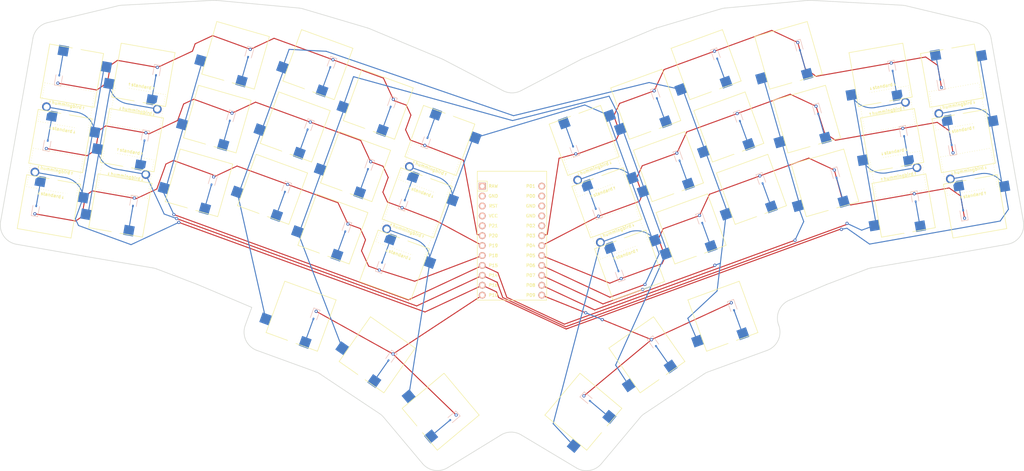
<source format=kicad_pcb>
(kicad_pcb (version 20241229) (generator "pcbnew") (generator_version "9.0")
  (title_block (title "quacken_pcb") (rev "v1.0.0") (company "Unknown"))
  (layers (0 "F.Cu" signal) (2 "B.Cu" signal) (13 "F.Paste" user) (15 "B.Paste" user) (5 "F.SilkS" user) (7 "B.SilkS" user) (1 "F.Mask" user) (3 "B.Mask" user) (25 "Edge.Cuts" user))
  (net 0 "")
  (net 1 "RAW")
  (net 2 "GND")
  (net 3 "RST")
  (net 4 "VCC")
  (net 5 "P21")
  (net 6 "P20")
  (net 7 "P19")
  (net 8 "P18")
  (net 9 "P15")
  (net 10 "P14")
  (net 11 "P16")
  (net 12 "P10")
  (net 13 "P1")
  (net 14 "P0")
  (net 15 "P2")
  (net 16 "P3")
  (net 17 "P4")
  (net 18 "P5")
  (net 19 "P6")
  (net 20 "P7")
  (net 21 "P8")
  (net 22 "P9")
  (net 23 "pinky_bottom")
  (net 24 "pinky_home")
  (net 25 "pinky_top")
  (net 26 "ring_bottom")
  (net 27 "ring_home")
  (net 28 "ring_top")
  (net 29 "middle_bottom")
  (net 30 "middle_home")
  (net 31 "middle_top")
  (net 32 "index_bottom")
  (net 33 "index_home")
  (net 34 "index_top")
  (net 35 "tucky_default")
  (net 36 "comfy_default")
  (net 37 "reachy_default")
  (net 38 "mirror_pinky_bottom")
  (net 39 "mirror_pinky_home")
  (net 40 "mirror_pinky_top")
  (net 41 "mirror_ring_bottom")
  (net 42 "mirror_ring_home")
  (net 43 "mirror_ring_top")
  (net 44 "mirror_middle_bottom")
  (net 45 "mirror_middle_home")
  (net 46 "mirror_middle_top")
  (net 47 "mirror_index_bottom")
  (net 48 "mirror_index_home")
  (net 49 "mirror_index_top")
  (net 50 "mirror_tucky_default")
  (net 51 "mirror_comfy_default")
  (net 52 "mirror_reachy_default")
  (net 53 "outer_bottom")
  (net 54 "outer_home")
  (net 55 "outer_top")
  (net 56 "inner_bottom")
  (net 57 "inner_home")
  (net 58 "inner_top")
  (net 59 "mirror_outer_bottom")
  (net 60 "mirror_outer_home")
  (net 61 "mirror_outer_top")
  (net 62 "mirror_inner_bottom")
  (net 63 "mirror_inner_home")
  (net 64 "mirror_inner_top")
  (footprint "PG1350" (layer "F.Cu") (at 255.413695 102.144674 -160)
    (property "Reference" "S23" (hide yes))
    (property "Value" "" (hide yes))
  )
  (footprint "PG1350" (layer "F.Cu") (at 144.320619 102.144671 160)
    (property "Reference" "S8" (hide yes))
    (property "Value" "" (hide yes))
  )
  (footprint "PG1350" (layer "F.Cu") (at 270.70067 83.779654 -164)
    (property "Reference" "S21" (hide yes))
    (property "Value" "" (hide yes))
  )
  (footprint "PG1350" (layer "F.Cu") (at 138.506274 118.119449 160)
    (property "Reference" "S7" (hide yes))
    (property "Value" "" (hide yes))
  )
  (footprint "PG1350" (layer "F.Cu") (at 165.316354 160.514788 145)
    (property "Reference" "S14" (hide yes))
    (property "Value" "" (hide yes))
  )
  (footprint "ProMicro" (layer "F.Cu") (at 199.867154 131.269509 -90)
    (property "Reference" "MCU1" (hide yes))
    (property "Value" "" (hide yes))
  )
  (footprint "PG1350" (layer "F.Cu") (at 234.417957 160.514783 -145)
    (property "Reference" "S29" (hide yes))
    (property "Value" "" (hide yes))
  )
  (footprint "PG1350" (layer "F.Cu") (at 84.144304 105.744829 -10)
    (property "Reference" "S32" (hide yes))
    (property "Value" "" (hide yes))
  )
  (footprint "PG1350" (layer "F.Cu") (at 181.584263 175.10291 130)
    (property "Reference" "S15" (hide yes))
    (property "Value" "" (hide yes))
  )
  (footprint "PG1350" (layer "F.Cu") (at 245.767155 128.269499 -160)
    (property "Reference" "S25" (hide yes))
    (property "Value" "" (hide yes))
  )
  (footprint "PG1350" (layer "F.Cu") (at 218.3578 105.591397 20)
    (property "Reference" "S42" (hide yes))
    (property "Value" "" (hide yes))
  )
  (footprint "PG1350" (layer "F.Cu") (at 129.033643 83.779653 164)
    (property "Reference" "S6" (hide yes))
    (property "Value" "" (hide yes))
  )
  (footprint "PG1350" (layer "F.Cu") (at 224.172142 121.566168 20)
    (property "Reference" "S41" (hide yes))
    (property "Value" "" (hide yes))
  )
  (footprint "PG1350" (layer "F.Cu") (at 145.827075 150.634187 160)
    (property "Reference" "S13" (hide yes))
    (property "Value" "" (hide yes))
  )
  (footprint "PG1350" (layer "F.Cu") (at 294.321045 88.780416 -170)
    (property "Reference" "S18" (hide yes))
    (property "Value" "" (hide yes))
  )
  (footprint "PG1350" (layer "F.Cu") (at 261.228035 118.119449 -160)
    (property "Reference" "S22" (hide yes))
    (property "Value" "" (hide yes))
  )
  (footprint "PG1350" (layer "F.Cu") (at 159.781498 112.294723 160)
    (property "Reference" "S11" (hide yes))
    (property "Value" "" (hide yes))
  )
  (footprint "PG1350" (layer "F.Cu") (at 315.590009 105.74483 10)
    (property "Reference" "S38" (hide yes))
    (property "Value" "" (hide yes))
  )
  (footprint "PG1350" (layer "F.Cu") (at 253.90724 150.634188 -160)
    (property "Reference" "S28" (hide yes))
    (property "Value" "" (hide yes))
  )
  (footprint "PG1350" (layer "F.Cu") (at 239.952815 112.294728 -160)
    (property "Reference" "S26" (hide yes))
    (property "Value" "" (hide yes))
  )
  (footprint "PG1350" (layer "F.Cu") (at 181.376508 105.591395 -20)
    (property "Reference" "S36" (hide yes))
    (property "Value" "" (hide yes))
  )
  (footprint "PG1350" (layer "F.Cu") (at 275.386506 100.121104 -164)
    (property "Reference" "S20" (hide yes))
    (property "Value" "" (hide yes))
  )
  (footprint "PG1350" (layer "F.Cu") (at 153.967153 128.269506 160)
    (property "Reference" "S10" (hide yes))
    (property "Value" "" (hide yes))
  )
  (footprint "PG1350" (layer "F.Cu") (at 102.461248 105.522144 170)
    (property "Reference" "S2" (hide yes))
    (property "Value" "" (hide yes))
  )
  (footprint "PG1350" (layer "F.Cu") (at 280.072338 116.462553 -164)
    (property "Reference" "S19" (hide yes))
    (property "Value" "" (hide yes))
  )
  (footprint "PG1350" (layer "F.Cu") (at 124.347805 100.121103 164)
    (property "Reference" "S5" (hide yes))
    (property "Value" "" (hide yes))
  )
  (footprint "PG1350" (layer "F.Cu") (at 87.096324 89.003099 -10)
    (property "Reference" "S33" (hide yes))
    (property "Value" "" (hide yes))
  )
  (footprint "PG1350" (layer "F.Cu") (at 150.134961 86.1699 160)
    (property "Reference" "S9" (hide yes))
    (property "Value" "" (hide yes))
  )
  (footprint "PG1350" (layer "F.Cu") (at 312.637989 89.003095 10)
    (property "Reference" "S39" (hide yes))
    (property "Value" "" (hide yes))
  )
  (footprint "PG1350" (layer "F.Cu") (at 300.225081 122.263883 -170)
    (property "Reference" "S16" (hide yes))
    (property "Value" "" (hide yes))
  )
  (footprint "PG1350" (layer "F.Cu") (at 249.599353 86.169895 -160)
    (property "Reference" "S24" (hide yes))
    (property "Value" "" (hide yes))
  )
  (footprint "PG1350" (layer "F.Cu") (at 165.595841 96.319951 160)
    (property "Reference" "S12" (hide yes))
    (property "Value" "" (hide yes))
  )
  (footprint "PG1350" (layer "F.Cu") (at 175.56217 121.566173 -20)
    (property "Reference" "S35" (hide yes))
    (property "Value" "" (hide yes))
  )
  (footprint "PG1350" (layer "F.Cu") (at 229.986484 137.540948 20)
    (property "Reference" "S40" (hide yes))
    (property "Value" "" (hide yes))
  )
  (footprint "PG1350" (layer "F.Cu") (at 81.192282 122.48656 -10)
    (property "Reference" "S31" (hide yes))
    (property "Value" "" (hide yes))
  )
  (footprint "PG1350" (layer "F.Cu") (at 318.542024 122.486557 10)
    (property "Reference" "S37" (hide yes))
    (property "Value" "" (hide yes))
  )
  (footprint "PG1350" (layer "F.Cu") (at 297.273068 105.522148 -170)
    (property "Reference" "S17" (hide yes))
    (property "Value" "" (hide yes))
  )
  (footprint "PG1350" (layer "F.Cu") (at 234.138473 96.319951 -160)
    (property "Reference" "S27" (hide yes))
    (property "Value" "" (hide yes))
  )
  (footprint "PG1350" (layer "F.Cu") (at 218.150049 175.10291 -130)
    (property "Reference" "S30" (hide yes))
    (property "Value" "" (hide yes))
  )
  (footprint "PG1350" (layer "F.Cu") (at 119.661976 116.462552 164)
    (property "Reference" "S4" (hide yes))
    (property "Value" "" (hide yes))
  )
  (footprint "PG1350" (layer "F.Cu") (at 99.509227 122.263882 170)
    (property "Reference" "S1" (hide yes))
    (property "Value" "" (hide yes))
  )
  (footprint "PG1350" (layer "F.Cu") (at 105.413266 88.780416 170)
    (property "Reference" "S3" (hide yes))
    (property "Value" "" (hide yes))
  )
  (footprint "PG1350" (layer "F.Cu") (at 169.747828 137.540945 -20)
    (property "Reference" "S34" (hide yes))
    (property "Value" "" (hide yes))
  )
  (footprint "Diode_SMD:D_SOD-323" (layer "B.Cu") (at 303.115996 120.230996 -80)
    (property "Reference" "S16" (hide yes))
    (property "Value" "" (hide yes))
  )
  (footprint "Diode_SMD:D_SOD-323" (layer "B.Cu") (at 300.163978 103.489263 -80)
    (property "Reference" "S17" (hide yes))
    (property "Value" "" (hide yes))
  )
  (footprint "Diode_SMD:D_SOD-323" (layer "B.Cu") (at 149.347121 150.31911 -110)
    (property "Reference" "S13" (hide yes))
    (property "Value" "" (hide yes))
  )
  (footprint "Diode_SMD:D_SOD-323" (layer "B.Cu") (at 263.722021 115.615444 -70)
    (property "Reference" "S22" (hide yes))
    (property "Value" "" (hide yes))
  )
  (footprint "Diode_SMD:D_SOD-323" (layer "B.Cu") (at 77.78043 123.408097 80)
    (property "Reference" "S31" (hide yes))
    (property "Value" "" (hide yes))
  )
  (footprint "Diode_SMD:D_SOD-323" (layer "B.Cu") (at 83.684463 89.924637 80)
    (property "Reference" "S33" (hide yes))
    (property "Value" "" (hide yes))
  )
  (footprint "Diode_SMD:D_SOD-323" (layer "B.Cu") (at 108.825124 87.858879 -100)
    (property "Reference" "S3" (hide yes))
    (property "Value" "" (hide yes))
  )
  (footprint "Diode_SMD:D_SOD-323" (layer "B.Cu") (at 273.363249 81.455721 -74)
    (property "Reference" "S21" (hide yes))
    (property "Value" "" (hide yes))
  )
  (footprint "Diode_SMD:D_SOD-323" (layer "B.Cu") (at 221.678158 124.070179 110)
    (property "Reference" "S41" (hide yes))
    (property "Value" "" (hide yes))
  )
  (footprint "Diode_SMD:D_SOD-323" (layer "B.Cu") (at 142.026318 117.80437 -110)
    (property "Reference" "S7" (hide yes))
    (property "Value" "" (hide yes))
  )
  (footprint "Diode_SMD:D_SOD-323" (layer "B.Cu") (at 312.699094 107.777713 100)
    (property "Reference" "S38" (hide yes))
    (property "Value" "" (hide yes))
  )
  (footprint "Diode_SMD:D_SOD-323" (layer "B.Cu") (at 242.446799 109.790724 -70)
    (property "Reference" "S26" (hide yes))
    (property "Value" "" (hide yes))
  )
  (footprint "Diode_SMD:D_SOD-323" (layer "B.Cu") (at 278.049083 97.797171 -74)
    (property "Reference" "S20" (hide yes))
    (property "Value" "" (hide yes))
  )
  (footprint "Diode_SMD:D_SOD-323" (layer "B.Cu") (at 248.261139 125.765499 -70)
    (property "Reference" "S25" (hide yes))
    (property "Value" "" (hide yes))
  )
  (footprint "Diode_SMD:D_SOD-323" (layer "B.Cu") (at 102.921087 121.342343 -100)
    (property "Reference" "S1" (hide yes))
    (property "Value" "" (hide yes))
  )
  (footprint "Diode_SMD:D_SOD-323" (layer "B.Cu") (at 227.492501 140.044946 110)
    (property "Reference" "S40" (hide yes))
    (property "Value" "" (hide yes))
  )
  (footprint "Diode_SMD:D_SOD-323" (layer "B.Cu") (at 163.301548 111.979655 -110)
    (property "Reference" "S11" (hide yes))
    (property "Value" "" (hide yes))
  )
  (footprint "Diode_SMD:D_SOD-323" (layer "B.Cu") (at 315.65111 124.519446 100)
    (property "Reference" "S37" (hide yes))
    (property "Value" "" (hide yes))
  )
  (footprint "Diode_SMD:D_SOD-323" (layer "B.Cu") (at 309.747074 91.035979 100)
    (property "Reference" "S39" (hide yes))
    (property "Value" "" (hide yes))
  )
  (footprint "Diode_SMD:D_SOD-323" (layer "B.Cu") (at 256.401216 148.130184 -70)
    (property "Reference" "S28" (hide yes))
    (property "Value" "" (hide yes))
  )
  (footprint "Diode_SMD:D_SOD-323" (layer "B.Cu") (at 236.632457 93.81595 -70)
    (property "Reference" "S27" (hide yes))
    (property "Value" "" (hide yes))
  )
  (footprint "Diode_SMD:D_SOD-323" (layer "B.Cu") (at 257.90768 99.640668 -70)
    (property "Reference" "S23" (hide yes))
    (property "Value" "" (hide yes))
  )
  (footprint "Diode_SMD:D_SOD-323" (layer "B.Cu") (at 215.863816 108.095399 110)
    (property "Reference" "S42" (hide yes))
    (property "Value" "" (hide yes))
  )
  (footprint "Diode_SMD:D_SOD-323" (layer "B.Cu") (at 105.873106 104.600615 -100)
    (property "Reference" "S2" (hide yes))
    (property "Value" "" (hide yes))
  )
  (footprint "Diode_SMD:D_SOD-323" (layer "B.Cu") (at 219.057902 171.687392 -40)
    (property "Reference" "S30" (hide yes))
    (property "Value" "" (hide yes))
  )
  (footprint "Diode_SMD:D_SOD-323" (layer "B.Cu") (at 172.042121 121.881245 70)
    (property "Reference" "S35" (hide yes))
    (property "Value" "" (hide yes))
  )
  (footprint "Diode_SMD:D_SOD-323" (layer "B.Cu") (at 184.79025 176.590072 -140)
    (property "Reference" "S15" (hide yes))
    (property "Value" "" (hide yes))
  )
  (footprint "Diode_SMD:D_SOD-323" (layer "B.Cu") (at 166.22778 137.856019 70)
    (property "Reference" "S34" (hide yes))
    (property "Value" "" (hide yes))
  )
  (footprint "Diode_SMD:D_SOD-323" (layer "B.Cu") (at 236.178882 157.450617 -55)
    (property "Reference" "S29" (hide yes))
    (property "Value" "" (hide yes))
  )
  (footprint "Diode_SMD:D_SOD-323" (layer "B.Cu") (at 282.734918 114.13862 -74)
    (property "Reference" "S19" (hide yes))
    (property "Value" "" (hide yes))
  )
  (footprint "Diode_SMD:D_SOD-323" (layer "B.Cu") (at 127.837303 99.561253 -106)
    (property "Reference" "S5" (hide yes))
    (property "Value" "" (hide yes))
  )
  (footprint "Diode_SMD:D_SOD-323" (layer "B.Cu") (at 177.856467 105.906469 70)
    (property "Reference" "S36" (hide yes))
    (property "Value" "" (hide yes))
  )
  (footprint "Diode_SMD:D_SOD-323" (layer "B.Cu") (at 147.840663 101.829599 -110)
    (property "Reference" "S8" (hide yes))
    (property "Value" "" (hide yes))
  )
  (footprint "Diode_SMD:D_SOD-323" (layer "B.Cu") (at 297.211958 86.747534 -80)
    (property "Reference" "S18" (hide yes))
    (property "Value" "" (hide yes))
  )
  (footprint "Diode_SMD:D_SOD-323" (layer "B.Cu") (at 168.798007 161.121503 -125)
    (property "Reference" "S14" (hide yes))
    (property "Value" "" (hide yes))
  )
  (footprint "Diode_SMD:D_SOD-323" (layer "B.Cu") (at 157.487205 127.954424 -110)
    (property "Reference" "S10" (hide yes))
    (property "Value" "" (hide yes))
  )
  (footprint "Diode_SMD:D_SOD-323" (layer "B.Cu") (at 153.655005 85.854822 -110)
    (property "Reference" "S9" (hide yes))
    (property "Value" "" (hide yes))
  )
  (footprint "Diode_SMD:D_SOD-323" (layer "B.Cu") (at 123.15147 115.902703 -106)
    (property "Reference" "S4" (hide yes))
    (property "Value" "" (hide yes))
  )
  (footprint "Diode_SMD:D_SOD-323" (layer "B.Cu") (at 252.093335 83.665895 -70)
    (property "Reference" "S24" (hide yes))
    (property "Value" "" (hide yes))
  )
  (footprint "Diode_SMD:D_SOD-323" (layer "B.Cu") (at 132.523134 83.219801 -106)
    (property "Reference" "S6" (hide yes))
    (property "Value" "" (hide yes))
  )
  (footprint "Diode_SMD:D_SOD-323" (layer "B.Cu") (at 80.732446 106.666367 80)
    (property "Reference" "S32" (hide yes))
    (property "Value" "" (hide yes))
  )
  (footprint "Diode_SMD:D_SOD-323" (layer "B.Cu") (at 169.115888 96.004875 -110)
    (property "Reference" "S12" (hide yes))
    (property "Value" "" (hide yes))
  )
  (gr_arc (start 253.448367 71.860611) (mid 253.922674 71.744947) (end 254.406001 71.676097) (stroke (width 0.15)) (layer "Edge.Cuts"))
  (gr_line (start 217.885571 84.66608) (end 236.379559 76.947591) (stroke (width 0.15)) (layer "Edge.Cuts"))
  (gr_line (start 163.354752 76.947599) (end 181.84874 84.666078) (stroke (width 0.15)) (layer "Edge.Cuts"))
  (gr_line (start 176.937603 188.389494) (end 166.991921 176.536696) (stroke (width 0.15)) (layer "Edge.Cuts"))
  (gr_arc (start 236.379559 76.947594) (mid 236.62987 76.850928) (end 236.885006 76.767829) (stroke (width 0.15)) (layer "Edge.Cuts"))
  (gr_arc (start 145.328314 71.676091) (mid 145.811641 71.744947) (end 146.285948 71.860613) (stroke (width 0.15)) (layer "Edge.Cuts"))
  (gr_line (start 80.871106 75.409309) (end 98.972476 71.074278) (stroke (width 0.15)) (layer "Edge.Cuts"))
  (gr_arc (start 165.931827 175.588137) (mid 166.49578 176.024524) (end 166.991921 176.536696) (stroke (width 0.15)) (layer "Edge.Cuts"))
  (gr_line (start 309.113174 135.318735) (end 291.863992 138.26152) (stroke (width 0.15)) (layer "Edge.Cuts"))
  (gr_line (start 290.926875 138.517114) (end 280.524013 142.475039) (stroke (width 0.15)) (layer "Edge.Cuts"))
  (gr_line (start 309.140541 135.313987) (end 326.853409 132.190733) (stroke (width 0.15)) (layer "Edge.Cuts"))
  (gr_arc (start 268.172532 152.841637) (mid 268.287483 149.133687) (end 270.925584 146.525521) (stroke (width 0.15)) (layer "Edge.Cuts"))
  (gr_arc (start 275.652384 69.70152) (mid 276.017072 69.681026) (end 276.382282 69.687213) (stroke (width 0.15)) (layer "Edge.Cuts"))
  (gr_line (start 124.081926 69.701522) (end 145.328314 71.676091) (stroke (width 0.15)) (layer "Edge.Cuts"))
  (gr_line (start 72.880905 132.19073) (end 90.593768 135.313985) (stroke (width 0.15)) (layer "Edge.Cuts"))
  (gr_arc (start 202.179 92.835873) (mid 199.867155 93.402433) (end 197.55531 92.835871) (stroke (width 0.15)) (layer "Edge.Cuts"))
  (gr_line (start 300.761833 71.07428) (end 318.863203 75.40931) (stroke (width 0.15)) (layer "Edge.Cuts"))
  (gr_arc (start 299.864534 70.94393) (mid 300.316144 70.988724) (end 300.761833 71.07428) (stroke (width 0.15)) (layer "Edge.Cuts"))
  (gr_arc (start 98.972476 71.074278) (mid 99.418163 70.98872) (end 99.869773 70.943932) (stroke (width 0.15)) (layer "Edge.Cuts"))
  (gr_arc (start 222.766481 188.425516) (mid 219.76648 190.142171) (end 216.369734 189.502612) (stroke (width 0.15)) (layer "Edge.Cuts"))
  (gr_line (start 254.406001 71.676097) (end 275.652384 69.70152) (stroke (width 0.15)) (layer "Edge.Cuts"))
  (gr_line (start 119.210298 142.47504) (end 108.807436 138.517114) (stroke (width 0.15)) (layer "Edge.Cuts"))
  (gr_arc (start 330.909208 126.398453) (mid 330.080929 130.134577) (end 326.853409 132.190733) (stroke (width 0.15)) (layer "Edge.Cuts"))
  (gr_arc (start 149.583794 164.878073) (mid 150.12978 165.114465) (end 150.643821 165.414036) (stroke (width 0.15)) (layer "Edge.Cuts"))
  (gr_line (start 268.172532 152.841637) (end 268.222691 152.979455) (stroke (width 0.15)) (layer "Edge.Cuts"))
  (gr_arc (start 162.849312 76.76783) (mid 163.104446 76.850928) (end 163.354752 76.947599) (stroke (width 0.15)) (layer "Edge.Cuts"))
  (gr_line (start 322.622738 79.403571) (end 330.909208 126.398453) (stroke (width 0.15)) (layer "Edge.Cuts"))
  (gr_arc (start 134.499984 159.388013) (mid 131.678546 156.802641) (end 131.511624 152.97945) (stroke (width 0.15)) (layer "Edge.Cuts"))
  (gr_line (start 232.742383 176.536696) (end 222.766485 188.42552) (stroke (width 0.15)) (layer "Edge.Cuts"))
  (gr_arc (start 183.380732 189.438499) (mid 179.964353 190.110575) (end 176.937603 188.389494) (stroke (width 0.15)) (layer "Edge.Cuts"))
  (gr_arc (start 181.84874 84.666078) (mid 182.043708 84.752374) (end 182.234818 84.846907) (stroke (width 0.15)) (layer "Edge.Cuts"))
  (gr_line (start 280.356598 142.542214) (end 270.925584 146.525521) (stroke (width 0.15)) (layer "Edge.Cuts"))
  (gr_arc (start 77.111572 79.403575) (mid 78.394714 76.84488) (end 80.871106 75.409309) (stroke (width 0.15)) (layer "Edge.Cuts"))
  (gr_line (start 197.039207 181.06673) (end 183.380737 189.4385) (stroke (width 0.15)) (layer "Edge.Cuts"))
  (gr_arc (start 107.870318 138.261517) (mid 108.345099 138.366502) (end 108.807436 138.517114) (stroke (width 0.15)) (layer "Edge.Cuts"))
  (gr_arc (start 280.356598 142.542219) (mid 280.440003 142.507875) (end 280.524013 142.475039) (stroke (width 0.15)) (layer "Edge.Cuts"))
  (gr_line (start 276.382282 69.687213) (end 299.864534 70.94393) (stroke (width 0.15)) (layer "Edge.Cuts"))
  (gr_arc (start 90.621135 135.318734) (mid 90.607448 135.316379) (end 90.593768 135.313985) (stroke (width 0.15)) (layer "Edge.Cuts"))
  (gr_arc (start 318.863203 75.409308) (mid 321.339595 76.844876) (end 322.622743 79.40357) (stroke (width 0.15)) (layer "Edge.Cuts"))
  (gr_arc (start 232.742383 176.536696) (mid 233.238527 176.024521) (end 233.802485 175.588135) (stroke (width 0.15)) (layer "Edge.Cuts"))
  (gr_line (start 149.583799 164.878071) (end 134.499987 159.388016) (stroke (width 0.15)) (layer "Edge.Cuts"))
  (gr_line (start 182.234818 84.846907) (end 197.55531 92.835871) (stroke (width 0.15)) (layer "Edge.Cuts"))
  (gr_line (start 131.511624 152.97945) (end 133.187519 148.374954) (stroke (width 0.15)) (layer "Edge.Cuts"))
  (gr_arc (start 217.499494 84.846907) (mid 217.690605 84.752378) (end 217.885571 84.66608) (stroke (width 0.15)) (layer "Edge.Cuts"))
  (gr_line (start 107.870318 138.261517) (end 90.621137 135.318738) (stroke (width 0.15)) (layer "Edge.Cuts"))
  (gr_arc (start 72.880905 132.19073) (mid 69.653386 130.134575) (end 68.825107 126.398454) (stroke (width 0.15)) (layer "Edge.Cuts"))
  (gr_arc (start 309.140544 135.313988) (mid 309.126862 135.316381) (end 309.113174 135.318735) (stroke (width 0.15)) (layer "Edge.Cuts"))
  (gr_line (start 165.931827 175.588137) (end 150.643821 165.414036) (stroke (width 0.15)) (layer "Edge.Cuts"))
  (gr_line (start 99.869773 70.943932) (end 123.352027 69.687215) (stroke (width 0.15)) (layer "Edge.Cuts"))
  (gr_arc (start 268.222691 152.979455) (mid 268.055763 156.802644) (end 265.234326 159.388012) (stroke (width 0.15)) (layer "Edge.Cuts"))
  (gr_line (start 236.885006 76.767829) (end 253.448367 71.860611) (stroke (width 0.15)) (layer "Edge.Cuts"))
  (gr_arc (start 249.09049 165.414036) (mid 249.604531 165.114464) (end 250.150516 164.878071) (stroke (width 0.15)) (layer "Edge.Cuts"))
  (gr_line (start 249.09049 165.414036) (end 233.802485 175.588135) (stroke (width 0.15)) (layer "Edge.Cuts"))
  (gr_line (start 216.369734 189.502612) (end 202.218648 181.038642) (stroke (width 0.15)) (layer "Edge.Cuts"))
  (gr_line (start 202.179 92.835873) (end 217.499494 84.846907) (stroke (width 0.15)) (layer "Edge.Cuts"))
  (gr_arc (start 123.352027 69.687215) (mid 123.717238 69.68103) (end 124.081926 69.701522) (stroke (width 0.15)) (layer "Edge.Cuts"))
  (gr_line (start 133.187519 148.374954) (end 119.377714 142.542216) (stroke (width 0.15)) (layer "Edge.Cuts"))
  (gr_arc (start 119.210298 142.47504) (mid 119.294309 142.507874) (end 119.377714 142.542216) (stroke (width 0.15)) (layer "Edge.Cuts"))
  (gr_arc (start 290.926875 138.517114) (mid 291.389212 138.366507) (end 291.863992 138.26152) (stroke (width 0.15)) (layer "Edge.Cuts"))
  (gr_line (start 265.234326 159.388012) (end 250.150516 164.878071) (stroke (width 0.15)) (layer "Edge.Cuts"))
  (gr_line (start 68.825107 126.398454) (end 77.111572 79.403575) (stroke (width 0.15)) (layer "Edge.Cuts"))
  (gr_arc (start 197.039208 181.066727) (mid 199.625008 180.329743) (end 202.218648 181.038642) (stroke (width 0.15)) (layer "Edge.Cuts"))
  (gr_line (start 146.285948 71.860613) (end 162.849307 76.767829) (stroke (width 0.15)) (layer "Edge.Cuts"))
  (segment (start 117.996096 82.702376) (end 118.680141 80.822993) (width 0.25) (layer "F.Cu") (net 6))
  (segment (start 132.798775 82.258541) (end 138.891846 79.417292) (width 0.25) (layer "F.Cu") (net 6))
  (segment (start 192.247156 129.999506) (end 190.915304 129.662922) (width 0.25) (layer "F.Cu") (net 6))
  (segment (start 109.027467 86.884519) (end 117.996096 82.702376) (width 0.25) (layer "F.Cu") (net 6))
  (segment (start 123.166135 78.731137) (end 132.786754 82.232758) (width 0.25) (layer "F.Cu") (net 6))
  (segment (start 172.592391 102.856279) (end 173.827077 105.504078) (width 0.25) (layer "F.Cu") (net 6))
  (segment (start 173.960472 99.097514) (end 172.592391 102.856279) (width 0.25) (layer "F.Cu") (net 6))
  (segment (start 172.76513 96.534087) (end 173.960472 99.097514) (width 0.25) (layer "F.Cu") (net 6))
  (segment (start 96.196361 90.76246) (end 96.977778 86.330827) (width 0.25) (layer "F.Cu") (net 6))
  (segment (start 93.476801 92.666717) (end 96.196361 90.76246) (width 0.25) (layer "F.Cu") (net 6))
  (segment (start 83.510818 90.909445) (end 93.476801 92.666717) (width 0.25) (layer "F.Cu") (net 6))
  (segment (start 96.977778 86.330827) (end 98.776199 85.07156) (width 0.25) (layer "F.Cu") (net 6))
  (segment (start 138.891846 79.417292) (end 153.997026 84.915129) (width 0.25) (layer "F.Cu") (net 6))
  (segment (start 169.457908 95.06519) (end 169.606836 95.384563) (width 0.25) (layer "F.Cu") (net 6))
  (segment (start 98.776199 85.07156) (end 108.998773 86.874073) (width 0.25) (layer "F.Cu") (net 6))
  (segment (start 187.415302 110.662924) (end 177.514444 106.846165) (width 0.25) (layer "F.Cu") (net 6))
  (segment (start 153.997026 84.915129) (end 166.917795 89.617903) (width 0.25) (layer "F.Cu") (net 6))
  (segment (start 132.786754 82.232758) (end 132.798775 82.258541) (width 0.25) (layer "F.Cu") (net 6))
  (segment (start 118.680141 80.822993) (end 123.166135 78.731137) (width 0.25) (layer "F.Cu") (net 6))
  (segment (start 169.606836 95.384563) (end 172.76513 96.534087) (width 0.25) (layer "F.Cu") (net 6))
  (segment (start 173.827077 105.504078) (end 177.514444 106.846165) (width 0.25) (layer "F.Cu") (net 6))
  (segment (start 108.998773 86.874073) (end 109.027467 86.884519) (width 0.25) (layer "F.Cu") (net 6))
  (segment (start 190.915304 129.662922) (end 187.415302 110.662924) (width 0.25) (layer "F.Cu") (net 6))
  (segment (start 166.917795 89.617903) (end 169.457908 95.06519) (width 0.25) (layer "F.Cu") (net 6))
  (via (at 177.514444 106.846165) (size 0.8) (drill 0.4) (layers "F.Cu" "B.Cu") (net 6))
  (via (at 108.998773 86.874073) (size 0.8) (drill 0.4) (layers "F.Cu" "B.Cu") (net 6))
  (via (at 83.510818 90.909445) (size 0.8) (drill 0.4) (layers "F.Cu" "B.Cu") (net 6))
  (via (at 132.798775 82.258541) (size 0.8) (drill 0.4) (layers "F.Cu" "B.Cu") (net 6))
  (via (at 169.457908 95.06519) (size 0.8) (drill 0.4) (layers "F.Cu" "B.Cu") (net 6))
  (via (at 153.997026 84.915129) (size 0.8) (drill 0.4) (layers "F.Cu" "B.Cu") (net 6))
  (segment (start 80.558799 107.651173) (end 91.017189 109.49527) (width 0.25) (layer "F.Cu") (net 7))
  (segment (start 106.833076 103.902004) (end 114.188966 100.471898) (width 0.25) (layer "F.Cu") (net 7))
  (segment (start 94.025759 103.072556) (end 95.763445 101.855815) (width 0.25) (layer "F.Cu") (net 7))
  (segment (start 134.152932 95.783495) (end 148.182685 100.889899) (width 0.25) (layer "F.Cu") (net 7))
  (segment (start 168.146129 115.072286) (end 166.77805 118.831058) (width 0.25) (layer "F.Cu") (net 7))
  (segment (start 161.103459 105.592685) (end 163.643567 111.039958) (width 0.25) (layer "F.Cu") (net 7))
  (segment (start 148.182685 100.889899) (end 161.103459 105.592685) (width 0.25) (layer "F.Cu") (net 7))
  (segment (start 118.318775 95.035208) (end 128.112937 98.599989) (width 0.25) (layer "F.Cu") (net 7))
  (segment (start 95.763445 101.855815) (end 105.986019 103.658336) (width 0.25) (layer "F.Cu") (net 7))
  (segment (start 163.643567 111.039958) (end 166.801859 112.189484) (width 0.25) (layer "F.Cu") (net 7))
  (segment (start 91.017189 109.49527) (end 93.157522 107.996594) (width 0.25) (layer "F.Cu") (net 7))
  (segment (start 128.112937 98.599989) (end 134.152932 95.783495) (width 0.25) (layer "F.Cu") (net 7))
  (segment (start 105.986019 103.658336) (end 106.046755 103.615805) (width 0.25) (layer "F.Cu") (net 7))
  (segment (start 115.728057 96.243277) (end 118.318775 95.035208) (width 0.25) (layer "F.Cu") (net 7))
  (segment (start 171.660761 122.736572) (end 171.7001 122.820936) (width 0.25) (layer "F.Cu") (net 7))
  (segment (start 167.973394 121.394484) (end 171.660761 122.736572) (width 0.25) (layer "F.Cu") (net 7))
  (segment (start 93.157522 107.996594) (end 94.025759 103.072556) (width 0.25) (layer "F.Cu") (net 7))
  (segment (start 114.188966 100.471898) (end 115.728057 96.243277) (width 0.25) (layer "F.Cu") (net 7))
  (segment (start 166.77805 118.831058) (end 167.973394 121.394484) (width 0.25) (layer "F.Cu") (net 7))
  (segment (start 192.247152 132.539504) (end 180.415305 126.162922) (width 0.25) (layer "F.Cu") (net 7))
  (segment (start 180.415305 126.162922) (end 171.7001 122.820936) (width 0.25) (layer "F.Cu") (net 7))
  (segment (start 106.046755 103.615805) (end 106.833076 103.902004) (width 0.25) (layer "F.Cu") (net 7))
  (segment (start 166.801859 112.189484) (end 168.146129 115.072286) (width 0.25) (layer "F.Cu") (net 7))
  (via (at 128.112937 98.599989) (size 0.8) (drill 0.4) (layers "F.Cu" "B.Cu") (net 7))
  (via (at 148.182685 100.889899) (size 0.8) (drill 0.4) (layers "F.Cu" "B.Cu") (net 7))
  (via (at 106.046755 103.615805) (size 0.8) (drill 0.4) (layers "F.Cu" "B.Cu") (net 7))
  (via (at 171.7001 122.820936) (size 0.8) (drill 0.4) (layers "F.Cu" "B.Cu") (net 7))
  (via (at 163.643567 111.039958) (size 0.8) (drill 0.4) (layers "F.Cu" "B.Cu") (net 7))
  (via (at 80.558799 107.651173) (size 0.8) (drill 0.4) (layers "F.Cu" "B.Cu") (net 7))
  (segment (start 92.319023 118.510724) (end 103.033999 120.400065) (width 0.25) (layer "F.Cu") (net 8))
  (segment (start 157.829225 127.014736) (end 160.987519 128.164261) (width 0.25) (layer "F.Cu") (net 8))
  (segment (start 123.165746 114.380955) (end 123.427103 114.941435) (width 0.25) (layer "F.Cu") (net 8))
  (segment (start 162.331789 131.047061) (end 161.305726 133.866139) (width 0.25) (layer "F.Cu") (net 8))
  (segment (start 155.289117 121.567456) (end 157.829225 127.014736) (width 0.25) (layer "F.Cu") (net 8))
  (segment (start 103.033999 120.400065) (end 103.094737 120.357538) (width 0.25) (layer "F.Cu") (net 8))
  (segment (start 129.414017 112.14969) (end 142.368339 116.864678) (width 0.25) (layer "F.Cu") (net 8))
  (segment (start 103.094737 120.357538) (end 103.539148 120.519292) (width 0.25) (layer "F.Cu") (net 8))
  (segment (start 161.305726 133.866139) (end 163.138085 137.795637) (width 0.25) (layer "F.Cu") (net 8))
  (segment (start 163.138085 137.795637) (end 165.885762 138.795712) (width 0.25) (layer "F.Cu") (net 8))
  (segment (start 108.859468 118.038382) (end 111.195431 111.620383) (width 0.25) (layer "F.Cu") (net 8))
  (segment (start 174.915301 141.662923) (end 165.885762 138.795712) (width 0.25) (layer "F.Cu") (net 8))
  (segment (start 142.368339 116.864678) (end 155.289117 121.567456) (width 0.25) (layer "F.Cu") (net 8))
  (segment (start 192.247153 135.079504) (end 174.915301 141.662923) (width 0.25) (layer "F.Cu") (net 8))
  (segment (start 103.539148 120.519292) (end 108.859468 118.038382) (width 0.25) (layer "F.Cu") (net 8))
  (segment (start 160.987519 128.164261) (end 162.331789 131.047061) (width 0.25) (layer "F.Cu") (net 8))
  (segment (start 123.427103 114.941435) (end 129.414017 112.14969) (width 0.25) (layer "F.Cu") (net 8))
  (segment (start 88.065174 126.236999) (end 89.626272 125.143911) (width 0.25) (layer "F.Cu") (net 8))
  (segment (start 113.117995 110.723874) (end 123.165746 114.380955) (width 0.25) (layer "F.Cu") (net 8))
  (segment (start 77.606776 124.392903) (end 88.065174 126.236999) (width 0.25) (layer "F.Cu") (net 8))
  (segment (start 89.626272 125.143911) (end 90.581336 119.727466) (width 0.25) (layer "F.Cu") (net 8))
  (segment (start 111.195431 111.620383) (end 113.117995 110.723874) (width 0.25) (layer "F.Cu") (net 8))
  (segment (start 90.581336 119.727466) (end 92.319023 118.510724) (width 0.25) (layer "F.Cu") (net 8))
  (via (at 142.368339 116.864678) (size 0.8) (drill 0.4) (layers "F.Cu" "B.Cu") (net 8))
  (via (at 157.829225 127.014736) (size 0.8) (drill 0.4) (layers "F.Cu" "B.Cu") (net 8))
  (via (at 165.885762 138.795712) (size 0.8) (drill 0.4) (layers "F.Cu" "B.Cu") (net 8))
  (via (at 123.427103 114.941435) (size 0.8) (drill 0.4) (layers "F.Cu" "B.Cu") (net 8))
  (via (at 103.094737 120.357538) (size 0.8) (drill 0.4) (layers "F.Cu" "B.Cu") (net 8))
  (via (at 77.606776 124.392903) (size 0.8) (drill 0.4) (layers "F.Cu" "B.Cu") (net 8))
  (segment (start 213.283418 152.669033) (end 198.54372 145.795799) (width 0.25) (layer "F.Cu") (net 9))
  (segment (start 173.308919 146.450555) (end 192.247155 137.619511) (width 0.25) (layer "F.Cu") (net 9))
  (segment (start 198.54372 145.795799) (end 196.246587 139.484477) (width 0.25) (layer "F.Cu") (net 9))
  (segment (start 113.223725 124.581333) (end 173.308919 146.450555) (width 0.25) (layer "F.Cu") (net 9))
  (segment (start 272.379659 131.159757) (end 213.283418 152.669033) (width 0.25) (layer "F.Cu") (net 9))
  (segment (start 196.246587 139.484477) (end 192.247155 137.619511) (width 0.25) (layer "F.Cu") (net 9))
  (via (at 113.223725 124.581333) (size 0.8) (drill 0.4) (layers "F.Cu" "B.Cu") (net 9))
  (via (at 272.379659 131.159757) (size 0.8) (drill 0.4) (layers "F.Cu" "B.Cu") (net 9))
  (segment (start 110.402671 118.531562) (end 113.223725 124.581333) (width 0.25) (layer "B.Cu") (net 9))
  (segment (start 110.673893 117.786385) (end 110.402671 118.531562) (width 0.25) (layer "B.Cu") (net 9))
  (segment (start 273.15154 122.348184) (end 274.614396 126.367349) (width 0.25) (layer "B.Cu") (net 9))
  (segment (start 273.63217 122.210363) (end 269.290879 107.070492) (width 0.25) (layer "B.Cu") (net 9))
  (segment (start 111.15452 117.92421) (end 115.495811 102.784335) (width 0.25) (layer "B.Cu") (net 9))
  (segment (start 274.614396 126.367349) (end 272.379659 131.159757) (width 0.25) (layer "B.Cu") (net 9))
  (segment (start 268.946334 105.868918) (end 264.605044 90.72904) (width 0.25) (layer "B.Cu") (net 9))
  (segment (start 115.840355 101.582754) (end 120.181647 86.442882) (width 0.25) (layer "B.Cu") (net 9))
  (segment (start 197.495022 145.838329) (end 197.153002 144.898636) (width 0.25) (layer "F.Cu") (net 10))
  (segment (start 196.078337 141.946019) (end 192.247154 140.159509) (width 0.25) (layer "F.Cu") (net 10))
  (segment (start 285.571293 127.130991) (end 215.411109 152.667208) (width 0.25) (layer "F.Cu") (net 10))
  (segment (start 285.706366 126.841321) (end 285.571293 127.130991) (width 0.25) (layer "F.Cu") (net 10))
  (segment (start 197.153002 144.898636) (end 196.078337 141.946019) (width 0.25) (layer "F.Cu") (net 10))
  (segment (start 213.573737 153.335957) (end 197.495022 145.838329) (width 0.25) (layer "F.Cu") (net 10))
  (segment (start 215.411109 152.667208) (end 213.573737 153.335957) (width 0.25) (layer "F.Cu") (net 10))
  (segment (start 113.915453 125.604628) (end 175.438892 147.99733) (width 0.25) (layer "F.Cu") (net 10))
  (segment (start 175.438892 147.99733) (end 192.247152 140.159508) (width 0.25) (layer "F.Cu") (net 10))
  (via (at 285.706366 126.841321) (size 0.8) (drill 0.4) (layers "F.Cu" "B.Cu") (net 10))
  (via (at 113.915453 125.604628) (size 0.8) (drill 0.4) (layers "F.Cu" "B.Cu") (net 10))
  (segment (start 293.219381 127.307024) (end 290.484424 111.796301) (width 0.25) (layer "B.Cu") (net 10))
  (segment (start 105.996101 114.268852) (end 98.117638 112.879673) (width 0.25) (layer "B.Cu") (net 10))
  (segment (start 91.201172 124.606793) (end 93.936129 109.096071) (width 0.25) (layer "B.Cu") (net 10))
  (segment (start 110.744352 124.451508) (end 113.914171 125.605227) (width 0.25) (layer "B.Cu") (net 10))
  (segment (start 292.726978 127.393854) (end 289.449479 128.586764) (width 0.25) (layer "B.Cu") (net 10))
  (segment (start 303.586291 112.532366) (end 295.707827 113.921556) (width 0.25) (layer "B.Cu") (net 10))
  (segment (start 94.153187 107.865063) (end 96.888145 92.354342) (width 0.25) (layer "B.Cu") (net 10))
  (segment (start 113.914171 125.605227) (end 113.915453 125.604628) (width 0.25) (layer "B.Cu") (net 10))
  (segment (start 105.996101 114.268847) (end 110.744352 124.451508) (width 0.25) (layer "B.Cu") (net 10))
  (segment (start 108.948119 97.52712) (end 101.069658 96.137937) (width 0.25) (layer "B.Cu") (net 10))
  (segment (start 300.634273 95.790642) (end 292.755803 97.179825) (width 0.25) (layer "B.Cu") (net 10))
  (segment (start 290.267366 110.565293) (end 287.532406 95.054571) (width 0.25) (layer "B.Cu") (net 10))
  (segment (start 289.449479 128.586764) (end 285.706366 126.841321) (width 0.25) (layer "B.Cu") (net 10))
  (arc (start 295.707827 113.921556) (mid 292.579757 113.457689) (end 289.77496 110.652121) (width 0.25) (layer "B.Cu") (net 10))
  (arc (start 98.117638 112.879673) (mid 95.336865 111.373919) (end 93.660782 107.778243) (width 0.25) (layer "B.Cu") (net 10))
  (arc (start 292.755803 97.179825) (mid 289.627738 96.715962) (end 286.822942 93.910388) (width 0.25) (layer "B.Cu") (net 10))
  (arc (start 101.069658 96.137937) (mid 98.288885 94.632185) (end 96.612802 91.036507) (width 0.25) (layer "B.Cu") (net 10))
  (segment (start 196.384319 145.710503) (end 195.910089 144.407563) (width 0.25) (layer "F.Cu") (net 11))
  (segment (start 114.490865 126.585591) (end 177.568869 149.544106) (width 0.25) (layer "F.Cu") (net 11))
  (segment (start 214.202604 153.732575) (end 213.727762 153.905403) (width 0.25) (layer "F.Cu") (net 11))
  (segment (start 213.727762 153.905403) (end 196.431454 145.840002) (width 0.25) (layer "F.Cu") (net 11))
  (segment (start 213.824473 153.870203) (end 213.816998 153.877679) (width 0.25) (layer "F.Cu") (net 11))
  (segment (start 214.202604 153.732575) (end 213.824473 153.870203) (width 0.25) (layer "F.Cu") (net 11))
  (segment (start 284.273377 128.374923) (end 284.097505 128.292911) (width 0.25) (layer "F.Cu") (net 11))
  (segment (start 196.431454 145.840002) (end 196.384319 145.710503) (width 0.25) (layer "F.Cu") (net 11))
  (segment (start 284.097505 128.292911) (end 214.202604 153.732575) (width 0.25) (layer "F.Cu") (net 11))
  (segment (start 177.568869 149.544106) (end 192.247155 142.69951) (width 0.25) (layer "F.Cu") (net 11))
  (segment (start 195.910089 144.407563) (end 192.247155 142.69951) (width 0.25) (layer "F.Cu") (net 11))
  (via (at 284.273377 128.374923) (size 0.8) (drill 0.4) (layers "F.Cu" "B.Cu") (net 11))
  (via (at 114.490865 126.585591) (size 0.8) (drill 0.4) (layers "F.Cu" "B.Cu") (net 11))
  (segment (start 284.301055 128.335394) (end 284.273377 128.374923) (width 0.25) (layer "B.Cu") (net 11))
  (segment (start 326.04013 117.35659) (end 327.074609 123.223418) (width 0.25) (layer "B.Cu") (net 11))
  (segment (start 319.643688 83.959953) (end 322.378645 99.470673) (width 0.25) (layer "B.Cu") (net 11))
  (segment (start 89.992747 120.230467) (end 88.000497 125.704131) (width 0.25) (layer "B.Cu") (net 11))
  (segment (start 102.250507 132.293364) (end 114.490865 126.585591) (width 0.25) (layer "B.Cu") (net 11))
  (segment (start 291.476643 132.147275) (end 285.684364 128.091478) (width 0.25) (layer "B.Cu") (net 11))
  (segment (start 324.960105 126.243238) (end 291.476643 132.147275) (width 0.25) (layer "B.Cu") (net 11))
  (segment (start 285.684364 128.091478) (end 284.301055 128.335394) (width 0.25) (layer "B.Cu") (net 11))
  (segment (start 322.595706 100.701684) (end 325.330665 116.212411) (width 0.25) (layer "B.Cu") (net 11))
  (segment (start 88.000497 125.704131) (end 88.788267 127.393508) (width 0.25) (layer "B.Cu") (net 11))
  (segment (start 95.404388 86.660182) (end 92.669426 102.170905) (width 0.25) (layer "B.Cu") (net 11))
  (segment (start 312.228801 115.47634) (end 320.107264 114.087151) (width 0.25) (layer "B.Cu") (net 11))
  (segment (start 77.657432 113.739858) (end 85.535893 115.129043) (width 0.25) (layer "B.Cu") (net 11))
  (segment (start 92.452365 103.401912) (end 89.717411 118.912637) (width 0.25) (layer "B.Cu") (net 11))
  (segment (start 88.788267 127.393508) (end 102.250507 132.293364) (width 0.25) (layer "B.Cu") (net 11))
  (segment (start 327.074609 123.223418) (end 324.960105 126.243238) (width 0.25) (layer "B.Cu") (net 11))
  (segment (start 80.609451 96.998124) (end 88.487916 98.38731) (width 0.25) (layer "B.Cu") (net 11))
  (segment (start 309.276784 98.734609) (end 317.155245 97.345426) (width 0.25) (layer "B.Cu") (net 11))
  (arc (start 317.155245 97.345426) (mid 320.283316 97.809284) (end 323.088111 100.614859) (width 0.25) (layer "B.Cu") (net 11))
  (arc (start 320.107264 114.087151) (mid 323.235334 114.551015) (end 326.04013 117.356594) (width 0.25) (layer "B.Cu") (net 11))
  (arc (start 85.535893 115.129043) (mid 88.31667 116.634796) (end 89.99275 120.230468) (width 0.25) (layer "B.Cu") (net 11))
  (arc (start 88.487916 98.38731) (mid 91.268689 99.893062) (end 92.944766 103.488739) (width 0.25) (layer "B.Cu") (net 11))
  (segment (start 192.247154 145.239509) (end 169.371578 160.302352) (width 0.25) (layer "F.Cu") (net 12))
  (segment (start 149.689143 149.379422) (end 169.371578 160.302352) (width 0.25) (layer "F.Cu") (net 12))
  (segment (start 169.371578 160.302352) (end 185.556294 175.947286) (width 0.25) (layer "F.Cu") (net 12))
  (via (at 149.689143 149.379422) (size 0.8) (drill 0.4) (layers "F.Cu" "B.Cu") (net 12))
  (via (at 185.556294 175.947286) (size 0.8) (drill 0.4) (layers "F.Cu" "B.Cu") (net 12))
  (via (at 169.371578 160.302352) (size 0.8) (drill 0.4) (layers "F.Cu" "B.Cu") (net 12))
  (segment (start 273.087615 80.494463) (end 266.422333 77.38639) (width 0.25) (layer "F.Cu") (net 16))
  (segment (start 208.915302 129.662924) (end 211.915302 110.162924) (width 0.25) (layer "F.Cu") (net 16))
  (segment (start 238.830546 87.42898) (end 236.290436 92.876256) (width 0.25) (layer "F.Cu") (net 16))
  (segment (start 216.416273 109.133219) (end 216.205835 109.035094) (width 0.25) (layer "F.Cu") (net 16))
  (segment (start 297.038311 85.762722) (end 277.797107 89.155469) (width 0.25) (layer "F.Cu") (net 16))
  (segment (start 277.797107 89.155469) (end 275.007475 87.202145) (width 0.25) (layer "F.Cu") (net 16))
  (segment (start 207.487154 129.999506) (end 208.915302 129.662924) (width 0.25) (layer "F.Cu") (net 16))
  (segment (start 226.590986 105.429932) (end 216.416273 109.133219) (width 0.25) (layer "F.Cu") (net 16))
  (segment (start 309.920724 92.020793) (end 308.920168 86.346354) (width 0.25) (layer "F.Cu") (net 16))
  (segment (start 275.007475 87.202145) (end 273.087615 80.494463) (width 0.25) (layer "F.Cu") (net 16))
  (segment (start 236.290436 92.876256) (end 227.430147 96.101141) (width 0.25) (layer "F.Cu") (net 16))
  (segment (start 211.915302 110.162924) (end 216.205835 109.035094) (width 0.25) (layer "F.Cu") (net 16))
  (segment (start 308.920168 86.346354) (end 305.86413 84.206495) (width 0.25) (layer "F.Cu") (net 16))
  (segment (start 227.487492 103.507363) (end 226.590986 105.429932) (width 0.25) (layer "F.Cu") (net 16))
  (segment (start 225.948405 99.278747) (end 227.487492 103.507363) (width 0.25) (layer "F.Cu") (net 16))
  (segment (start 227.430147 96.101141) (end 225.948405 99.278747) (width 0.25) (layer "F.Cu") (net 16))
  (segment (start 266.422333 77.38639) (end 251.751316 82.726201) (width 0.25) (layer "F.Cu") (net 16))
  (segment (start 251.751316 82.726201) (end 238.830546 87.42898) (width 0.25) (layer "F.Cu") (net 16))
  (segment (start 305.86413 84.206495) (end 297.038311 85.762722) (width 0.25) (layer "F.Cu") (net 16))
  (via (at 216.205835 109.035094) (size 0.8) (drill 0.4) (layers "F.Cu" "B.Cu") (net 16))
  (via (at 309.920724 92.020793) (size 0.8) (drill 0.4) (layers "F.Cu" "B.Cu") (net 16))
  (via (at 236.290436 92.876256) (size 0.8) (drill 0.4) (layers "F.Cu" "B.Cu") (net 16))
  (via (at 273.087615 80.494463) (size 0.8) (drill 0.4) (layers "F.Cu" "B.Cu") (net 16))
  (via (at 297.038311 85.762722) (size 0.8) (drill 0.4) (layers "F.Cu" "B.Cu") (net 16))
  (via (at 251.751316 82.726201) (size 0.8) (drill 0.4) (layers "F.Cu" "B.Cu") (net 16))
  (segment (start 271.161245 93.752593) (end 257.565664 98.700976) (width 0.25) (layer "F.Cu") (net 17))
  (segment (start 231.762749 115.253519) (end 233.301837 119.482134) (width 0.25) (layer "F.Cu") (net 17))
  (segment (start 299.990329 102.504455) (end 282.718742 105.549902) (width 0.25) (layer "F.Cu") (net 17))
  (segment (start 244.644882 103.403753) (end 242.104778 108.851028) (width 0.25) (layer "F.Cu") (net 17))
  (segment (start 242.104778 108.851028) (end 233.244488 112.075908) (width 0.25) (layer "F.Cu") (net 17))
  (segment (start 222.020179 125.009868) (end 207.487157 132.539506) (width 0.25) (layer "F.Cu") (net 17))
  (segment (start 311.872189 103.088093) (end 308.816146 100.948225) (width 0.25) (layer "F.Cu") (net 17))
  (segment (start 308.816146 100.948225) (end 299.990329 102.504455) (width 0.25) (layer "F.Cu") (net 17))
  (segment (start 312.872745 108.762523) (end 311.872189 103.088093) (width 0.25) (layer "F.Cu") (net 17))
  (segment (start 257.565664 98.700976) (end 244.644882 103.403753) (width 0.25) (layer "F.Cu") (net 17))
  (segment (start 277.773446 96.83591) (end 271.161245 93.752593) (width 0.25) (layer "F.Cu") (net 17))
  (segment (start 282.718742 105.549902) (end 279.932753 103.59913) (width 0.25) (layer "F.Cu") (net 17))
  (segment (start 277.773446 96.83591) (end 279.932753 103.59913) (width 0.25) (layer "F.Cu") (net 17))
  (segment (start 232.503459 121.194269) (end 222.020179 125.009868) (width 0.25) (layer "F.Cu") (net 17))
  (segment (start 233.244488 112.075908) (end 231.762749 115.253519) (width 0.25) (layer "F.Cu") (net 17))
  (segment (start 279.932753 103.59913) (end 279.929108 103.59658) (width 0.25) (layer "F.Cu") (net 17))
  (segment (start 233.301837 119.482134) (end 232.503459 121.194269) (width 0.25) (layer "F.Cu") (net 17))
  (via (at 257.565664 98.700976) (size 0.8) (drill 0.4) (layers "F.Cu" "B.Cu") (net 17))
  (via (at 299.990329 102.504455) (size 0.8) (drill 0.4) (layers "F.Cu" "B.Cu") (net 17))
  (via (at 312.872745 108.762523) (size 0.8) (drill 0.4) (layers "F.Cu" "B.Cu") (net 17))
  (via (at 242.104778 108.851028) (size 0.8) (drill 0.4) (layers "F.Cu" "B.Cu") (net 17))
  (via (at 277.773446 96.83591) (size 0.8) (drill 0.4) (layers "F.Cu" "B.Cu") (net 17))
  (via (at 222.020179 125.009868) (size 0.8) (drill 0.4) (layers "F.Cu" "B.Cu") (net 17))
  (segment (start 250.459236 119.378524) (end 247.919124 124.825807) (width 0.25) (layer "F.Cu") (net 18))
  (segment (start 238.588985 128.221702) (end 237.406079 130.758447) (width 0.25) (layer "F.Cu") (net 18))
  (segment (start 237.406079 130.758447) (end 239.116179 135.45691) (width 0.25) (layer "F.Cu") (net 18))
  (segment (start 282.459281 113.177357) (end 284.454197 120.576569) (width 0.25) (layer "F.Cu") (net 18))
  (segment (start 284.454197 120.576569) (end 284.445164 120.570246) (width 0.25) (layer "F.Cu") (net 18))
  (segment (start 247.919124 124.825807) (end 238.588985 128.221702) (width 0.25) (layer "F.Cu") (net 18))
  (segment (start 224.915301 142.162921) (end 207.487153 135.079506) (width 0.25) (layer "F.Cu") (net 18))
  (segment (start 314.824206 119.829822) (end 311.874672 117.764535) (width 0.25) (layer "F.Cu") (net 18))
  (segment (start 263.38 114.675746) (end 250.459236 119.378524) (width 0.25) (layer "F.Cu") (net 18))
  (segment (start 282.459281 113.177357) (end 275.900153 110.118786) (width 0.25) (layer "F.Cu") (net 18))
  (segment (start 303.048853 119.320765) (end 302.94235 119.246191) (width 0.25) (layer "F.Cu") (net 18))
  (segment (start 239.116179 135.45691) (end 238.317801 137.169039) (width 0.25) (layer "F.Cu") (net 18))
  (segment (start 302.94235 119.246191) (end 286.655569 122.117986) (width 0.25) (layer "F.Cu") (net 18))
  (segment (start 227.83452 140.984641) (end 224.915301 142.162921) (width 0.25) (layer "F.Cu") (net 18))
  (segment (start 286.655569 122.117986) (end 284.454197 120.576569) (width 0.25) (layer "F.Cu") (net 18))
  (segment (start 315.824762 125.504255) (end 314.824206 119.829822) (width 0.25) (layer "F.Cu") (net 18))
  (segment (start 238.317801 137.169039) (end 227.83452 140.984641) (width 0.25) (layer "F.Cu") (net 18))
  (segment (start 275.900153 110.118786) (end 263.38 114.675746) (width 0.25) (layer "F.Cu") (net 18))
  (segment (start 311.874672 117.764535) (end 303.048853 119.320765) (width 0.25) (layer "F.Cu") (net 18))
  (via (at 282.459281 113.177357) (size 0.8) (drill 0.4) (layers "F.Cu" "B.Cu") (net 18))
  (via (at 315.824762 125.504255) (size 0.8) (drill 0.4) (layers "F.Cu" "B.Cu") (net 18))
  (via (at 247.919124 124.825807) (size 0.8) (drill 0.4) (layers "F.Cu" "B.Cu") (net 18))
  (via (at 302.94235 119.246191) (size 0.8) (drill 0.4) (layers "F.Cu" "B.Cu") (net 18))
  (via (at 227.83452 140.984641) (size 0.8) (drill 0.4) (layers "F.Cu" "B.Cu") (net 18))
  (via (at 263.38 114.675746) (size 0.8) (drill 0.4) (layers "F.Cu" "B.Cu") (net 18))
  (segment (start 233.936905 142.491331) (end 224.949674 145.762419) (width 0.25) (layer "F.Cu") (net 19))
  (segment (start 224.949674 145.762419) (end 207.487154 137.619508) (width 0.25) (layer "F.Cu") (net 19))
  (via (at 233.936905 142.491331) (size 0.8) (drill 0.4) (layers "F.Cu" "B.Cu") (net 19))
  (segment (start 236.479866 131.186886) (end 236.374677 131.412467) (width 0.25) (layer "B.Cu") (net 19))
  (segment (start 222.551861 131.733509) (end 210.415303 178.162923) (width 0.25) (layer "B.Cu") (net 19))
  (segment (start 222.551863 131.733502) (end 230.069402 128.997348) (width 0.25) (layer "B.Cu") (net 19))
  (segment (start 210.415303 178.162923) (end 215.703645 183.852379) (width 0.25) (layer "B.Cu") (net 19))
  (segment (start 189.965196 104.726758) (end 184.578381 119.526912) (width 0.25) (layer "B.Cu") (net 19))
  (segment (start 173.599867 112.338534) (end 181.117409 115.074689) (width 0.25) (layer "B.Cu") (net 19))
  (segment (start 218.5 96.5) (end 190.43504 104.897764) (width 0.25) (layer "B.Cu") (net 19))
  (segment (start 167.785523 128.313304) (end 175.303064 131.049464) (width 0.25) (layer "B.Cu") (net 19))
  (segment (start 236.374677 131.412467) (end 237.570724 134.69858) (width 0.25) (layer "B.Cu") (net 19))
  (segment (start 224.851181 99.237333) (end 218.5 96.5) (width 0.25) (layer "B.Cu") (net 19))
  (segment (start 230.195679 115.383121) (end 235.582493 130.183276) (width 0.25) (layer "B.Cu") (net 19))
  (segment (start 184.150853 120.70153) (end 178.76404 135.501688) (width 0.25) (layer "B.Cu") (net 19))
  (segment (start 224.381336 99.408343) (end 229.768152 114.208498) (width 0.25) (layer "B.Cu") (net 19))
  (segment (start 178.80636 136.847315) (end 173.39253 171.174347) (width 0.25) (layer "B.Cu") (net 19))
  (segment (start 237.570724 134.69858) (end 233.936905 142.491331) (width 0.25) (layer "B.Cu") (net 19))
  (segment (start 216.737517 115.758727) (end 224.25506 113.022573) (width 0.25) (layer "B.Cu") (net 19))
  (arc (start 175.303064 131.049464) (mid 177.780126 133.015218) (end 178.806358 136.847316) (width 0.25) (layer "B.Cu") (net 19))
  (arc (start 224.25506 113.022573) (mid 227.416159 112.936204) (end 230.665523 115.212105) (width 0.25) (layer "B.Cu") (net 19))
  (arc (start 181.117409 115.074689) (mid 183.594468 117.040445) (end 184.620701 120.87254) (width 0.25) (layer "B.Cu") (net 19))
  (arc (start 230.069402 128.997348) (mid 233.230499 128.910977) (end 236.479868 131.186878) (width 0.25) (layer "B.Cu") (net 19))
  (segment (start 233.339232 143.773043) (end 223.172175 147.47355) (width 0.25) (layer "F.Cu") (net 20))
  (segment (start 223.172175 147.47355) (end 207.487154 140.159508) (width 0.25) (layer "F.Cu") (net 20))
  (via (at 233.339232 143.773043) (size 0.8) (drill 0.4) (layers "F.Cu" "B.Cu") (net 20))
  (segment (start 227.645092 102.674015) (end 227 98.75) (width 0.25) (layer "B.Cu") (net 20))
  (segment (start 226.415301 163.162922) (end 229.790384 168.332948) (width 0.25) (layer "B.Cu") (net 20))
  (segment (start 235.563048 142.859514) (end 235.504568 142.984927) (width 0.25) (layer "B.Cu") (net 20))
  (segment (start 239.743626 134.45256) (end 234.356806 119.652398) (width 0.25) (layer "B.Cu") (net 20))
  (segment (start 227 98.75) (end 224.75 94.25) (width 0.25) (layer "B.Cu") (net 20))
  (segment (start 200 100.5) (end 159.25 89.25) (width 0.25) (layer "B.Cu") (net 20))
  (segment (start 151.192814 113.159368) (end 156.579631 98.359212) (width 0.25) (layer "B.Cu") (net 20))
  (segment (start 144.908622 128.963137) (end 156.386963 158.840263) (width 0.25) (layer "B.Cu") (net 20))
  (segment (start 233.929278 118.477778) (end 228.54246 103.677621) (width 0.25) (layer "B.Cu") (net 20))
  (segment (start 159.25 89.25) (end 156.537309 97.013582) (width 0.25) (layer "B.Cu") (net 20))
  (segment (start 145.37847 129.134141) (end 150.765288 114.333987) (width 0.25) (layer "B.Cu") (net 20))
  (segment (start 239.273774 134.623565) (end 235.563048 142.859514) (width 0.25) (layer "B.Cu") (net 20))
  (segment (start 235.504568 142.984927) (end 233.339232 143.773043) (width 0.25) (layer "B.Cu") (net 20))
  (segment (start 235.563048 142.859514) (end 226.415301 163.162922) (width 0.25) (layer "B.Cu") (net 20))
  (segment (start 224.75 94.25) (end 200 100.5) (width 0.25) (layer "B.Cu") (net 20))
  (segment (start 221.043479 149.020925) (end 207.487151 142.699506) (width 0.25) (layer "F.Cu") (net 21))
  (segment (start 251.699175 137.863166) (end 221.043479 149.020925) (width 0.25) (layer "F.Cu") (net 21))
  (segment (start 251.83425 137.573498) (end 251.699175 137.863166) (width 0.25) (layer "F.Cu") (net 21))
  (via (at 251.83425 137.573498) (size 0.8) (drill 0.4) (layers "F.Cu" "B.Cu") (net 21))
  (segment (start 200.25 99.25) (end 152.25 82.75) (width 0.25) (layer "B.Cu") (net 21))
  (segment (start 251.841984 137.577106) (end 251.83425 137.573498) (width 0.25) (layer "B.Cu") (net 21))
  (segment (start 252.415303 144.162926) (end 244.915302 151.162922) (width 0.25) (layer "B.Cu") (net 21))
  (segment (start 243.105972 92.523959) (end 235 90.75) (width 0.25) (layer "B.Cu") (net 21))
  (segment (start 129.447743 118.813076) (end 136.768545 151.327817) (width 0.25) (layer "B.Cu") (net 21))
  (segment (start 244.915302 151.162922) (end 247.413855 156.98825) (width 0.25) (layer "B.Cu") (net 21))
  (segment (start 135.731931 103.00931) (end 141.118751 88.209158) (width 0.25) (layer "B.Cu") (net 21))
  (segment (start 249.39016 108.327725) (end 244.003339 93.527566) (width 0.25) (layer "B.Cu") (net 21))
  (segment (start 129.917588 118.984085) (end 135.304406 104.183927) (width 0.25) (layer "B.Cu") (net 21))
  (segment (start 253.251524 137.064079) (end 251.841984 137.577106) (width 0.25) (layer "B.Cu") (net 21))
  (segment (start 254.734654 124.473511) (end 253.251524 137.064079) (width 0.25) (layer "B.Cu") (net 21))
  (segment (start 235 90.75) (end 200.25 99.25) (width 0.25) (layer "B.Cu") (net 21))
  (segment (start 255.204503 124.302498) (end 249.817686 109.50234) (width 0.25) (layer "B.Cu") (net 21))
  (segment (start 142.75 82.25) (end 141.076429 86.863531) (width 0.25) (layer "B.Cu") (net 21))
  (segment (start 152.25 82.75) (end 142.75 82.25) (width 0.25) (layer "B.Cu") (net 21))
  (segment (start 253.251524 137.064079) (end 252.415303 144.162926) (width 0.25) (layer "B.Cu") (net 21))
  (segment (start 223 151.5) (end 235.6053 156.631458) (width 0.25) (layer "F.Cu") (net 22))
  (segment (start 256.0592 147.190493) (end 235.6053 156.631458) (width 0.25) (layer "F.Cu") (net 22))
  (segment (start 218.29186 171.044595) (end 235.6053 156.631458) (width 0.25) (layer "F.Cu") (net 22))
  (segment (start 207.487154 145.239509) (end 218.75 149.75) (width 0.25) (layer "F.Cu") (net 22))
  (via (at 218.29186 171.044595) (size 0.8) (drill 0.4) (layers "F.Cu" "B.Cu") (net 22))
  (via (at 256.0592 147.190493) (size 0.8) (drill 0.4) (layers "F.Cu" "B.Cu") (net 22))
  (via (at 235.6053 156.631458) (size 0.8) (drill 0.4) (layers "F.Cu" "B.Cu") (net 22))
  (via (at 218.75 149.75) (size 0.8) (drill 0.4) (layers "F.Cu" "B.Cu") (net 22))
  (via (at 235.6053 156.631458) (size 0.8) (drill 0.4) (layers "F.Cu" "B.Cu") (net 22))
  (via (at 223 151.5) (size 0.8) (drill 0.4) (layers "F.Cu" "B.Cu") (net 22))
  (segment (start 218.75 149.75) (end 223 151.5) (width 0.25) (layer "B.Cu") (net 22))
  (segment (start 101.627408 128.679166) (end 102.704028 122.573355) (width 0.25) (layer "B.Cu") (net 23))
  (segment (start 104.579425 111.937428) (end 105.656043 105.831624) (width 0.25) (layer "B.Cu") (net 24))
  (segment (start 107.531445 95.195701) (end 108.608061 89.089893) (width 0.25) (layer "B.Cu") (net 25))
  (segment (start 121.097967 123.064101) (end 122.806922 117.104276) (width 0.25) (layer "B.Cu") (net 26))
  (segment (start 125.783805 106.722653) (end 127.492756 100.762826) (width 0.25) (layer "B.Cu") (net 27))
  (segment (start 130.46964 90.381201) (end 132.178589 84.421381) (width 0.25) (layer "B.Cu") (net 28))
  (segment (start 139.478271 124.805079) (end 141.598796 118.978985) (width 0.25) (layer "B.Cu") (net 29))
  (segment (start 145.292614 108.830306) (end 147.413139 103.00421) (width 0.25) (layer "B.Cu") (net 30))
  (segment (start 151.106953 92.85553) (end 153.227481 87.029437) (width 0.25) (layer "B.Cu") (net 31))
  (segment (start 154.939152 134.955139) (end 157.059678 129.129045) (width 0.25) (layer "B.Cu") (net 32))
  (segment (start 160.753494 118.980366) (end 162.874019 113.154269) (width 0.25) (layer "B.Cu") (net 33))
  (segment (start 166.567837 103.005592) (end 168.68836 97.179497) (width 0.25) (layer "B.Cu") (net 34))
  (segment (start 146.799071 157.319825) (end 148.919597 151.493727) (width 0.25) (layer "B.Cu") (net 35))
  (segment (start 164.52486 167.224182) (end 168.081033 162.145444) (width 0.25) (layer "B.Cu") (net 36))
  (segment (start 179.083218 181.378839) (end 183.832692 177.393554) (width 0.25) (layer "B.Cu") (net 37))
  (segment (start 304.409676 127.567812) (end 303.333057 121.462003) (width 0.25) (layer "B.Cu") (net 38))
  (segment (start 301.457654 110.826078) (end 300.381036 104.720273) (width 0.25) (layer "B.Cu") (net 39))
  (segment (start 298.505639 94.08435) (end 297.42902 87.97854) (width 0.25) (layer "B.Cu") (net 40))
  (segment (start 284.788416 121.300023) (end 283.079469 115.3402) (width 0.25) (layer "B.Cu") (net 41))
  (segment (start 280.102585 104.958571) (end 278.393631 98.998751) (width 0.25) (layer "B.Cu") (net 42))
  (segment (start 275.41675 88.617126) (end 273.707797 82.657298) (width 0.25) (layer "B.Cu") (net 43))
  (segment (start 266.270072 122.616151) (end 264.149547 116.790057) (width 0.25) (layer "B.Cu") (net 44))
  (segment (start 260.455733 106.641375) (end 258.335205 100.81528) (width 0.25) (layer "B.Cu") (net 45))
  (segment (start 254.641387 90.666603) (end 252.520862 84.840509) (width 0.25) (layer "B.Cu") (net 46))
  (segment (start 250.809191 132.76621) (end 248.688668 126.940112) (width 0.25) (layer "B.Cu") (net 47))
  (segment (start 244.99485 116.791429) (end 242.874324 110.965338) (width 0.25) (layer "B.Cu") (net 48))
  (segment (start 239.180506 100.816658) (end 237.059982 94.990571) (width 0.25) (layer "B.Cu") (net 49))
  (segment (start 258.949274 155.130896) (end 256.828745 149.304799) (width 0.25) (layer "B.Cu") (net 50))
  (segment (start 240.452022 163.5533) (end 236.895852 158.474552) (width 0.25) (layer "B.Cu") (net 51))
  (segment (start 224.764934 176.476154) (end 220.015458 172.49087) (width 0.25) (layer "B.Cu") (net 52))
  (segment (start 79.074109 116.071281) (end 77.997487 122.17709) (width 0.25) (layer "B.Cu") (net 53))
  (segment (start 82.026125 99.329552) (end 80.949507 105.435352) (width 0.25) (layer "B.Cu") (net 54))
  (segment (start 84.978146 82.587814) (end 83.901525 88.693622) (width 0.25) (layer "B.Cu") (net 55))
  (segment (start 168.775832 130.855309) (end 166.65531 136.681401) (width 0.25) (layer "B.Cu") (net 56))
  (segment (start 174.590172 114.880535) (end 172.46965 120.706635) (width 0.25) (layer "B.Cu") (net 57))
  (segment (start 180.404516 98.905761) (end 178.283992 104.731856) (width 0.25) (layer "B.Cu") (net 58))
  (segment (start 314.357438 117.182627) (end 315.434054 123.288439) (width 0.25) (layer "B.Cu") (net 59))
  (segment (start 311.405416 100.440896) (end 312.482034 106.546702) (width 0.25) (layer "B.Cu") (net 60))
  (segment (start 308.453397 83.699161) (end 309.530017 89.80497) (width 0.25) (layer "B.Cu") (net 61))
  (segment (start 224.944452 133.044243) (end 227.064974 138.870331) (width 0.25) (layer "B.Cu") (net 62))
  (segment (start 219.130107 117.06947) (end 221.250632 122.895564) (width 0.25) (layer "B.Cu") (net 63))
  (segment (start 213.315768 101.094691) (end 215.436287 106.920789) (width 0.25) (layer "B.Cu") (net 64))
)
</source>
